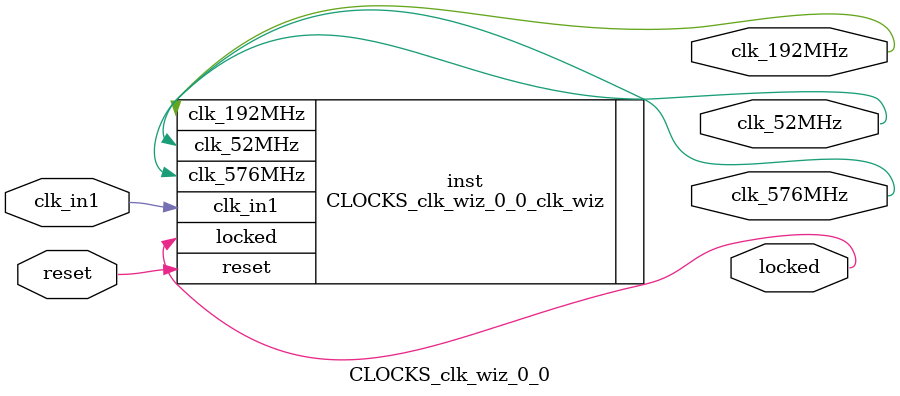
<source format=v>


`timescale 1ps/1ps

(* CORE_GENERATION_INFO = "CLOCKS_clk_wiz_0_0,clk_wiz_v6_0_9_0_0,{component_name=CLOCKS_clk_wiz_0_0,use_phase_alignment=true,use_min_o_jitter=false,use_max_i_jitter=false,use_dyn_phase_shift=false,use_inclk_switchover=false,use_dyn_reconfig=false,enable_axi=0,feedback_source=FDBK_AUTO,PRIMITIVE=PLL,num_out_clk=3,clkin1_period=10.000,clkin2_period=10.000,use_power_down=false,use_reset=true,use_locked=true,use_inclk_stopped=false,feedback_type=SINGLE,CLOCK_MGR_TYPE=NA,manual_override=false}" *)

module CLOCKS_clk_wiz_0_0 
 (
  // Clock out ports
  output        clk_576MHz,
  output        clk_192MHz,
  output        clk_52MHz,
  // Status and control signals
  input         reset,
  output        locked,
 // Clock in ports
  input         clk_in1
 );

  CLOCKS_clk_wiz_0_0_clk_wiz inst
  (
  // Clock out ports  
  .clk_576MHz(clk_576MHz),
  .clk_192MHz(clk_192MHz),
  .clk_52MHz(clk_52MHz),
  // Status and control signals               
  .reset(reset), 
  .locked(locked),
 // Clock in ports
  .clk_in1(clk_in1)
  );

endmodule

</source>
